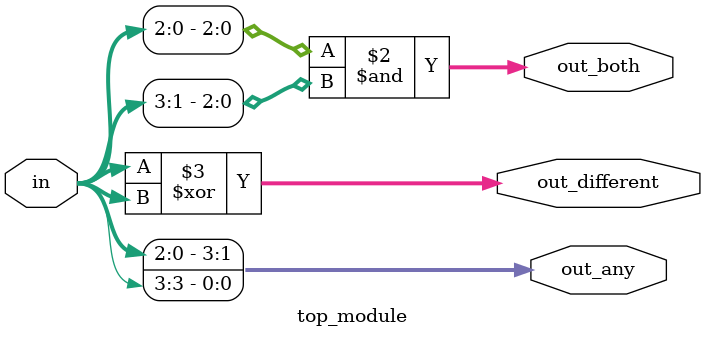
<source format=sv>
module top_module (
    input [3:0] in,
    output reg [2:0] out_both,
    output reg [3:0] out_any,
    output reg [3:0] out_different
);

    always @(*) begin
        out_both = in[2:0] & in[3:1];
        out_any = {in[2:0], in[3]};
        out_different = in ^ {in[3:1], in[0]};
    end

endmodule

</source>
